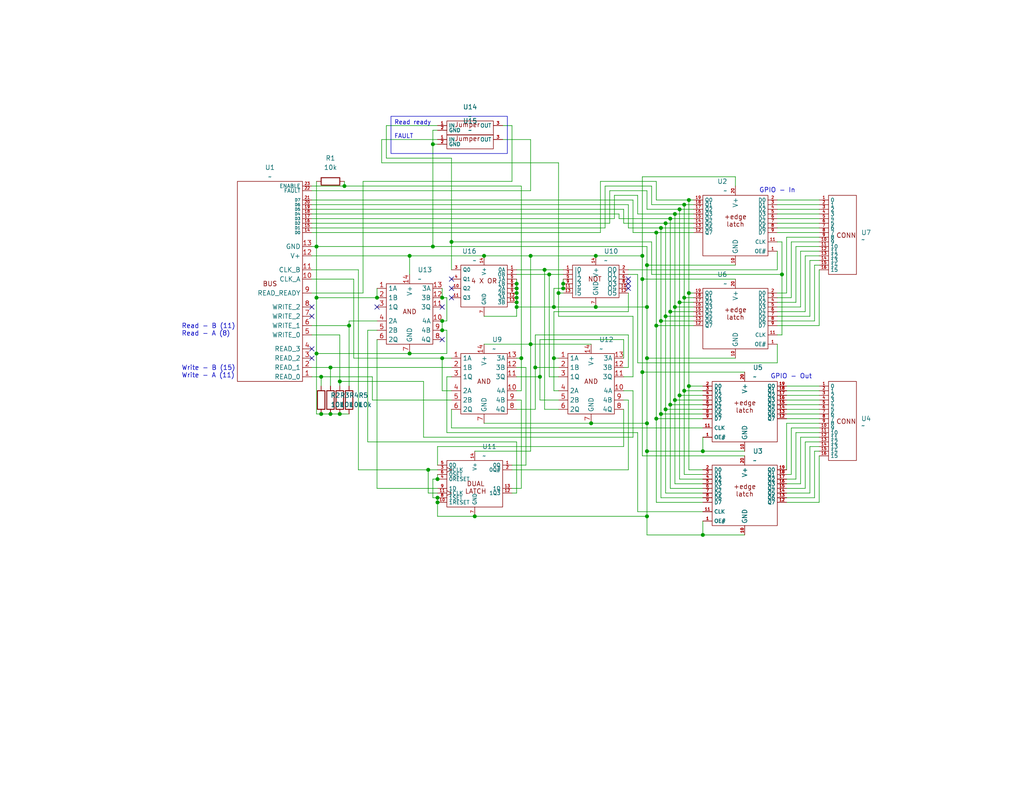
<source format=kicad_sch>
(kicad_sch (version 20231120) (generator "eeschema") (generator_version "8.0")
  (paper "USLetter")
  (lib_symbols
    (symbol "Device:R" (pin_numbers hide) (pin_names (offset 0))
      (property "Reference" "R" (at 2.032 0 90))
      (property "Value" "R" (at 0 0 90))
      (symbol "R_0_1"
        (rectangle (start -1.016 -2.54) (end 1.016 2.54) (stroke (width 0.254)))
      )
      (symbol "R_1_1"
        (pin passive line (at 0 3.81 270) (length 1.27) (name "~") (number "1"))
        (pin passive line (at 0 -3.81 90) (length 1.27) (name "~") (number "2"))
      )
    )
    (symbol "custom_symbol_lib:6xNOT"
      (property "Reference" "U" (at -2.032 -1.016 0))
      (symbol "6xNOT_0_1"
        (rectangle (start -6.35 5.08) (end 6.35 -3.81))
      )
      (symbol "6xNOT_1_1"
        (text "NOT" (at -0.254 1.27 0) (effects (font (size 1.27 1.27))))
        (pin input line (at -8.89 3.81 0) (length 2.54) (name "I0") (number "1"))
        (pin output line (at 8.89 -1.27 180) (length 2.54) (name "O4") (number "10"))
        (pin input line (at -8.89 -1.27 0) (length 2.54) (name "I4") (number "11"))
        (pin output line (at 8.89 -2.54 180) (length 2.54) (name "O5") (number "12"))
        (pin input line (at -8.89 -2.54 0) (length 2.54) (name "I5") (number "13"))
        (pin power_in line (at 0 7.62 270) (length 2.54) (name "V+") (number "14"))
        (pin output line (at 8.89 3.81 180) (length 2.54) (name "O0") (number "2"))
        (pin input line (at -8.89 2.54 0) (length 2.54) (name "I1") (number "3"))
        (pin output line (at 8.89 2.54 180) (length 2.54) (name "O1") (number "4"))
        (pin input line (at -8.89 1.27 0) (length 2.54) (name "I2") (number "5"))
        (pin output line (at 8.89 1.27 180) (length 2.54) (name "O2") (number "6"))
        (pin power_in line (at 0 -6.35 90) (length 2.54) (name "GND") (number "7"))
        (pin output line (at 8.89 0 180) (length 2.54) (name "03") (number "8"))
        (pin input line (at -8.89 0 0) (length 2.54) (name "I3") (number "9"))
      )
    )
    (symbol "custom_symbol_lib:bus_edge_connector"
      (property "Reference" "U" (at 0 -1.27 0))
      (symbol "bus_edge_connector_0_1"
        (rectangle (start -8.89 27.94) (end 8.89 -26.67))
      )
      (symbol "bus_edge_connector_1_1"
        (text "BUS" (at 0 1.27 0) (effects (font (size 1.27 1.27))))
        (pin bidirectional line (at -11.43 26.67 0) (length 2.54) (name "READ_0") (number "1"))
        (pin bidirectional line (at -11.43 0 0) (length 2.54) (name "CLK_A") (number "10"))
        (pin bidirectional line (at -11.43 -2.54 0) (length 2.54) (name "CLK_B") (number "11"))
        (pin power_out line (at -11.43 -6.35 0) (length 2.54) (name "V+") (number "12"))
        (pin power_out line (at -11.43 -8.89 0) (length 2.54) (name "GND") (number "13"))
        (pin bidirectional line (at -11.43 -12.7 0) (length 2.54) (name "D0") (number "14"))
        (pin bidirectional line (at -11.43 -13.97 0) (length 2.54) (name "D1") (number "15"))
        (pin bidirectional line (at -11.43 -15.24 0) (length 2.54) (name "D2") (number "16"))
        (pin bidirectional line (at -11.43 -16.51 0) (length 2.54) (name "D3") (number "17"))
        (pin bidirectional line (at -11.43 -17.78 0) (length 2.54) (name "D4") (number "18"))
        (pin bidirectional line (at -11.43 -19.05 0) (length 2.54) (name "D5") (number "19"))
        (pin bidirectional line (at -11.43 24.13 0) (length 2.54) (name "READ_1") (number "2"))
        (pin bidirectional line (at -11.43 -20.32 0) (length 2.54) (name "D6") (number "20"))
        (pin bidirectional line (at -11.43 -21.59 0) (length 2.54) (name "D7") (number "21"))
        (pin bidirectional line (at -11.43 -24.13 0) (length 2.54) (name "FAULT") (number "22"))
        (pin bidirectional line (at -11.43 -25.4 0) (length 2.54) (name "ENABLE") (number "23"))
        (pin bidirectional line (at -11.43 21.59 0) (length 2.54) (name "READ_2") (number "3"))
        (pin bidirectional line (at -11.43 19.05 0) (length 2.54) (name "READ_3") (number "4"))
        (pin bidirectional line (at -11.43 15.24 0) (length 2.54) (name "WRITE_0") (number "5"))
        (pin bidirectional line (at -11.43 12.7 0) (length 2.54) (name "WRITE_1") (number "6"))
        (pin bidirectional line (at -11.43 10.16 0) (length 2.54) (name "WRITE_2") (number "7"))
        (pin bidirectional line (at -11.43 7.62 0) (length 2.54) (name "WRITE_2") (number "8"))
        (pin bidirectional line (at -11.43 3.81 0) (length 2.54) (name "READ_READY") (number "9"))
      )
    )
    (symbol "custom_symbol_lib:connector_16_bit"
      (property "Reference" "U" (at 3.048 -2.032 0))
      (symbol "connector_16_bit_0_1"
        (rectangle (start -1.27 11.43) (end 6.35 -10.16))
      )
      (symbol "connector_16_bit_1_1"
        (text "CONN" (at 3.556 0.508 0) (effects (font (size 1.27 1.27))))
        (pin input line (at -3.81 10.16 0) (length 2.54) (name "0") (number "1"))
        (pin input line (at -3.81 -1.27 0) (length 2.54) (name "9") (number "10"))
        (pin input line (at -3.81 -2.54 0) (length 2.54) (name "10") (number "11"))
        (pin input line (at -3.81 -3.81 0) (length 2.54) (name "11") (number "12"))
        (pin input line (at -3.81 -5.08 0) (length 2.54) (name "12") (number "13"))
        (pin input line (at -3.81 -6.35 0) (length 2.54) (name "13") (number "14"))
        (pin input line (at -3.81 -7.62 0) (length 2.54) (name "14") (number "15"))
        (pin input line (at -3.81 -8.89 0) (length 2.54) (name "15") (number "16"))
        (pin input line (at -3.81 8.89 0) (length 2.54) (name "1") (number "2"))
        (pin input line (at -3.81 7.62 0) (length 2.54) (name "2") (number "3"))
        (pin input line (at -3.81 6.35 0) (length 2.54) (name "3") (number "4"))
        (pin input line (at -3.81 5.08 0) (length 2.54) (name "4") (number "5"))
        (pin input line (at -3.81 3.81 0) (length 2.54) (name "5") (number "6"))
        (pin input line (at -3.81 2.54 0) (length 2.54) (name "6") (number "7"))
        (pin input line (at -3.81 1.27 0) (length 2.54) (name "7") (number "8"))
        (pin input line (at -3.81 0 0) (length 2.54) (name "8") (number "9"))
      )
    )
    (symbol "custom_symbol_lib:dual_latch"
      (property "Reference" "U" (at 4.572 -5.08 0))
      (symbol "dual_latch_0_1"
        (rectangle (start -7.62 6.35) (end 7.62 -6.35))
      )
      (symbol "dual_latch_1_1"
        (text "DUAL\nLATCH" (at 0.254 -1.016 0) (effects (font (size 1.27 1.27))))
        (pin output line (at 10.16 5.08 180) (length 2.54) (name "0Q") (number "1"))
        (pin input line (at -10.16 -5.08 0) (length 2.54) (name "1RESET") (number "10"))
        (pin input clock (at -10.16 -2.54 0) (length 2.54) (name "1CLK") (number "11"))
        (pin output line (at 10.16 -2.54 180) (length 2.54) (name "1Q3") (number "12"))
        (pin output line (at 10.16 -1.27 180) (length 2.54) (name "1Q") (number "13"))
        (pin power_in line (at 0 8.89 270) (length 2.54) (name "V+") (number "14"))
        (pin output line (at 10.16 3.81 180) (length 2.54) (name "0Q#") (number "2"))
        (pin input clock (at -10.16 3.81 0) (length 2.54) (name "0CLK") (number "3"))
        (pin input line (at -10.16 1.27 0) (length 2.54) (name "0RESET") (number "4"))
        (pin input line (at -10.16 5.08 0) (length 2.54) (name "0D") (number "5"))
        (pin input line (at -10.16 2.54 0) (length 2.54) (name "0SET") (number "6"))
        (pin power_in line (at 0 -8.89 90) (length 2.54) (name "GND") (number "7"))
        (pin input line (at -10.16 -3.81 0) (length 2.54) (name "1SET") (number "8"))
        (pin input line (at -10.16 -1.27 0) (length 2.54) (name "1D") (number "9"))
      )
    )
    (symbol "custom_symbol_lib:jumper"
      (property "Reference" "U" (at -1.016 -1.524 0))
      (symbol "jumper_1_1"
        (rectangle (start -6.35 1.27) (end 6.35 -2.54))
        (text "Jumper" (at -0.762 0.254 0) (effects (font (size 1.27 1.27))))
        (pin input line (at -8.89 0 0) (length 2.54) (name "IN") (number "1"))
        (pin power_in line (at -8.89 -1.27 0) (length 2.54) (name "GND") (number "2"))
        (pin output line (at 8.89 0 180) (length 2.54) (name "OUT") (number "3"))
      )
    )
    (symbol "custom_symbol_lib:quad_OR"
      (property "Reference" "U" (at 0 0 0))
      (symbol "quad_OR_0_1"
        (rectangle (start -6.35 6.35) (end 6.35 -5.08))
      )
      (symbol "quad_OR_1_1"
        (text "4 X OR" (at 0 2.032 0) (effects (font (size 1.27 1.27))))
        (pin input line (at -8.89 5.08 0) (length 2.54) (name "0A") (number "1"))
        (pin output line (at 8.89 0 180) (length 2.54) (name "Q2") (number "10"))
        (pin output line (at 8.89 -2.54 180) (length 2.54) (name "Q3") (number "11"))
        (pin input line (at -8.89 -2.54 0) (length 2.54) (name "3A") (number "12"))
        (pin input line (at -8.89 -3.81 0) (length 2.54) (name "3B") (number "13"))
        (pin power_in line (at 0 8.89 270) (length 2.54) (name "V+") (number "14"))
        (pin input line (at -8.89 3.81 0) (length 2.54) (name "0B") (number "2"))
        (pin output line (at 8.89 5.08 180) (length 2.54) (name "Q0") (number "3"))
        (pin output line (at 8.89 2.54 180) (length 2.54) (name "Q1") (number "4"))
        (pin input line (at -8.89 2.54 0) (length 2.54) (name "1A") (number "5"))
        (pin input line (at -8.89 1.27 0) (length 2.54) (name "1B") (number "6"))
        (pin power_in line (at 0 -7.62 90) (length 2.54) (name "GND") (number "7"))
        (pin input line (at -8.89 0 0) (length 2.54) (name "2A") (number "8"))
        (pin input line (at -8.89 -1.27 0) (length 2.54) (name "2B") (number "9"))
      )
    )
    (symbol "custom_symbol_lib:quad_and"
      (property "Reference" "U" (at 0 -1.524 0))
      (symbol "quad_and_0_1"
        (rectangle (start -6.35 8.89) (end 6.35 -7.62))
      )
      (symbol "quad_and_1_1"
        (text "AND" (at 0 1.27 0) (effects (font (size 1.27 1.27))))
        (pin input line (at -8.89 7.62 0) (length 2.54) (name "1A") (number "1"))
        (pin input line (at 8.89 -1.27 180) (length 2.54) (name "4A") (number "10"))
        (pin output line (at 8.89 2.54 180) (length 2.54) (name "3Q") (number "11"))
        (pin input line (at 8.89 5.08 180) (length 2.54) (name "3B") (number "12"))
        (pin input line (at 8.89 7.62 180) (length 2.54) (name "3A") (number "13"))
        (pin power_in line (at 0 11.43 270) (length 2.54) (name "V+") (number "14"))
        (pin input line (at -8.89 5.08 0) (length 2.54) (name "1B") (number "2"))
        (pin output line (at -8.89 2.54 0) (length 2.54) (name "1Q") (number "3"))
        (pin input line (at -8.89 -1.27 0) (length 2.54) (name "2A") (number "4"))
        (pin input line (at -8.89 -3.81 0) (length 2.54) (name "2B") (number "5"))
        (pin output line (at -8.89 -6.35 0) (length 2.54) (name "2Q") (number "6"))
        (pin power_in line (at 0 -10.16 90) (length 2.54) (name "GND") (number "7"))
        (pin output line (at 8.89 -6.35 180) (length 2.54) (name "4Q") (number "8"))
        (pin input line (at 8.89 -3.81 180) (length 2.54) (name "4B") (number "9"))
      )
    )
    (symbol "custom_symbol_lib:rising_edge_8_bit_latch"
      (property "Reference" "U" (at 0 -1.016 0))
      (symbol "rising_edge_8_bit_latch_0_1"
        (rectangle (start -8.89 8.89) (end 8.89 -7.62))
      )
      (symbol "rising_edge_8_bit_latch_1_1"
        (text "+edge\nlatch" (at 0 2.032 0) (effects (font (size 1.27 1.27))))
        (pin input line (at -11.43 -6.35 0) (length 2.54) (name "OE#") (number "1"))
        (pin power_in line (at 0 -10.16 90) (length 2.54) (name "GND") (number "10"))
        (pin input line (at -11.43 -3.81 0) (length 2.54) (name "CLK") (number "11"))
        (pin output line (at 11.43 -1.27 180) (length 2.54) (name "Q7") (number "12"))
        (pin output line (at 11.43 0 180) (length 2.54) (name "Q6") (number "13"))
        (pin output line (at 11.43 1.27 180) (length 2.54) (name "Q5") (number "14"))
        (pin output line (at 11.43 2.54 180) (length 2.54) (name "Q4") (number "15"))
        (pin output line (at 11.43 3.81 180) (length 2.54) (name "Q3") (number "16"))
        (pin output line (at 11.43 5.08 180) (length 2.54) (name "Q2") (number "17"))
        (pin output line (at 11.43 6.35 180) (length 2.54) (name "Q1") (number "18"))
        (pin output line (at 11.43 7.62 180) (length 2.54) (name "Q0") (number "19"))
        (pin input line (at -11.43 7.62 0) (length 2.54) (name "D0") (number "2"))
        (pin power_in line (at 0 11.43 270) (length 2.54) (name "V+") (number "20"))
        (pin input line (at -11.43 6.35 0) (length 2.54) (name "D1") (number "3"))
        (pin input line (at -11.43 5.08 0) (length 2.54) (name "D2") (number "4"))
        (pin input line (at -11.43 3.81 0) (length 2.54) (name "D3") (number "5"))
        (pin input line (at -11.43 2.54 0) (length 2.54) (name "D4") (number "6"))
        (pin input line (at -11.43 1.27 0) (length 2.54) (name "D5") (number "7"))
        (pin input line (at -11.43 0 0) (length 2.54) (name "D6") (number "8"))
        (pin input line (at -11.43 -1.27 0) (length 2.54) (name "D7") (number "9"))
      )
    )
  )
  (junction (at 153.67 78.74))
  (junction (at 102.87 81.28))
  (junction (at 185.42 107.95))
  (junction (at 187.96 54.61))
  (junction (at 152.4 80.01))
  (junction (at 93.98 50.8))
  (junction (at 146.05 100.33))
  (junction (at 176.53 140.97))
  (junction (at 182.88 85.09))
  (junction (at 175.26 101.6))
  (junction (at 181.61 111.76))
  (junction (at 90.17 100.33))
  (junction (at 140.97 80.01))
  (junction (at 176.53 97.79))
  (junction (at 187.96 80.01))
  (junction (at 186.69 55.88))
  (junction (at 148.59 73.66))
  (junction (at 184.15 58.42))
  (junction (at 162.56 83.82))
  (junction (at 111.76 96.52))
  (junction (at 191.77 146.05))
  (junction (at 140.97 78.74))
  (junction (at 176.53 115.57))
  (junction (at 140.97 82.55))
  (junction (at 184.15 83.82))
  (junction (at 92.71 104.14))
  (junction (at 187.96 105.41))
  (junction (at 186.69 81.28))
  (junction (at 179.07 88.9))
  (junction (at 181.61 60.96))
  (junction (at 86.36 67.31))
  (junction (at 87.63 113.03))
  (junction (at 142.24 97.79))
  (junction (at 182.88 59.69))
  (junction (at 140.97 81.28))
  (junction (at 123.19 66.04))
  (junction (at 132.08 69.85))
  (junction (at 120.65 87.63))
  (junction (at 176.53 123.19))
  (junction (at 120.65 81.28))
  (junction (at 119.38 130.81))
  (junction (at 162.56 69.85))
  (junction (at 180.34 62.23))
  (junction (at 87.63 102.87))
  (junction (at 140.97 77.47))
  (junction (at 140.97 83.82))
  (junction (at 181.61 86.36))
  (junction (at 185.42 82.55))
  (junction (at 86.36 96.52))
  (junction (at 95.25 88.9))
  (junction (at 191.77 123.19))
  (junction (at 149.86 74.93))
  (junction (at 176.53 83.82))
  (junction (at 111.76 69.85))
  (junction (at 147.32 102.87))
  (junction (at 119.38 135.89))
  (junction (at 120.65 90.17))
  (junction (at 118.11 67.31))
  (junction (at 120.65 97.79))
  (junction (at 129.54 140.97))
  (junction (at 161.29 115.57))
  (junction (at 179.07 63.5))
  (junction (at 186.69 106.68))
  (junction (at 116.84 128.27))
  (junction (at 185.42 57.15))
  (junction (at 175.26 69.85))
  (junction (at 180.34 113.03))
  (junction (at 90.17 113.03))
  (junction (at 213.36 74.93))
  (junction (at 144.78 93.98))
  (junction (at 118.11 39.37))
  (junction (at 153.67 77.47))
  (junction (at 144.78 69.85))
  (junction (at 182.88 110.49))
  (junction (at 184.15 109.22))
  (junction (at 86.36 81.28))
  (junction (at 175.26 76.2))
  (junction (at 92.71 113.03))
  (junction (at 176.53 72.39))
  (junction (at 151.13 97.79))
  (junction (at 119.38 137.16))
  (junction (at 179.07 114.3))
  (junction (at 151.13 83.82))
  (junction (at 180.34 87.63))
  (no_connect (at 171.45 78.74))
  (no_connect (at 171.45 76.2))
  (no_connect (at 102.87 83.82))
  (no_connect (at 85.09 86.36))
  (no_connect (at 85.09 83.82))
  (no_connect (at 85.09 97.79))
  (no_connect (at 120.65 92.71))
  (no_connect (at 123.19 78.74))
  (no_connect (at 123.19 81.28))
  (no_connect (at 123.19 76.2))
  (no_connect (at 171.45 77.47))
  (no_connect (at 85.09 95.25))
  (no_connect (at 120.65 83.82))
  (wire (pts (xy 177.8 50.8) (xy 165.1 50.8)))
  (wire (pts (xy 119.38 135.89) (xy 119.38 137.16)))
  (wire (pts (xy 187.96 54.61) (xy 179.07 54.61)))
  (wire (pts (xy 140.97 111.76) (xy 146.05 111.76)))
  (wire (pts (xy 214.63 111.76) (xy 223.52 111.76)))
  (wire (pts (xy 185.42 82.55) (xy 185.42 107.95)))
  (wire (pts (xy 179.07 88.9) (xy 179.07 63.5)))
  (wire (pts (xy 120.65 81.28) (xy 121.92 81.28)))
  (wire (pts (xy 218.44 68.58) (xy 218.44 83.82)))
  (wire (pts (xy 85.09 50.8) (xy 93.98 50.8)))
  (wire (pts (xy 101.6 102.87) (xy 101.6 109.22)))
  (wire (pts (xy 143.51 100.33) (xy 140.97 100.33)))
  (wire (pts (xy 92.71 104.14) (xy 92.71 91.44)))
  (wire (pts (xy 219.71 120.65) (xy 223.52 120.65)))
  (wire (pts (xy 219.71 133.35) (xy 219.71 120.65)))
  (wire (pts (xy 172.72 102.87) (xy 172.72 86.36)))
  (wire (pts (xy 139.7 133.35) (xy 142.24 133.35)))
  (wire (pts (xy 123.19 66.04) (xy 123.19 43.18)))
  (wire (pts (xy 185.42 82.55) (xy 189.23 82.55)))
  (wire (pts (xy 212.09 58.42) (xy 223.52 58.42)))
  (wire (pts (xy 170.18 97.79) (xy 170.18 92.71)))
  (wire (pts (xy 92.71 91.44) (xy 85.09 91.44)))
  (wire (pts (xy 181.61 134.62) (xy 181.61 111.76)))
  (wire (pts (xy 142.24 50.8) (xy 142.24 97.79)))
  (wire (pts (xy 214.63 113.03) (xy 223.52 113.03)))
  (wire (pts (xy 177.8 55.88) (xy 177.8 50.8)))
  (wire (pts (xy 220.98 134.62) (xy 214.63 134.62)))
  (wire (pts (xy 140.97 83.82) (xy 140.97 86.36)))
  (wire (pts (xy 180.34 113.03) (xy 191.77 113.03)))
  (wire (pts (xy 140.97 120.65) (xy 100.33 120.65)))
  (wire (pts (xy 116.84 128.27) (xy 119.38 128.27)))
  (wire (pts (xy 184.15 58.42) (xy 173.99 58.42)))
  (wire (pts (xy 212.09 68.58) (xy 212.09 73.66)))
  (wire (pts (xy 186.69 106.68) (xy 191.77 106.68)))
  (wire (pts (xy 184.15 109.22) (xy 191.77 109.22)))
  (wire (pts (xy 180.34 62.23) (xy 189.23 62.23)))
  (wire (pts (xy 167.64 59.69) (xy 85.09 59.69)))
  (wire (pts (xy 175.26 101.6) (xy 175.26 124.46)))
  (wire (pts (xy 223.52 72.39) (xy 222.25 72.39)))
  (wire (pts (xy 85.09 100.33) (xy 90.17 100.33)))
  (wire (pts (xy 182.88 59.69) (xy 182.88 85.09)))
  (wire (pts (xy 186.69 129.54) (xy 186.69 106.68)))
  (wire (pts (xy 170.18 111.76) (xy 170.18 121.92)))
  (wire (pts (xy 215.9 116.84) (xy 215.9 129.54)))
  (wire (pts (xy 200.66 48.26) (xy 200.66 50.8)))
  (wire (pts (xy 191.77 146.05) (xy 203.2 146.05)))
  (wire (pts (xy 151.13 83.82) (xy 162.56 83.82)))
  (wire (pts (xy 140.97 77.47) (xy 140.97 78.74)))
  (wire (pts (xy 176.53 83.82) (xy 176.53 97.79)))
  (wire (pts (xy 120.65 87.63) (xy 120.65 90.17)))
  (wire (pts (xy 176.53 52.07) (xy 166.37 52.07)))
  (wire (pts (xy 187.96 105.41) (xy 187.96 128.27)))
  (wire (pts (xy 184.15 109.22) (xy 184.15 83.82)))
  (wire (pts (xy 185.42 57.15) (xy 176.53 57.15)))
  (wire (pts (xy 97.79 73.66) (xy 97.79 128.27)))
  (wire (pts (xy 85.09 67.31) (xy 86.36 67.31)))
  (wire (pts (xy 219.71 69.85) (xy 223.52 69.85)))
  (wire (pts (xy 179.07 114.3) (xy 179.07 88.9)))
  (wire (pts (xy 214.63 130.81) (xy 217.17 130.81)))
  (wire (pts (xy 101.6 109.22) (xy 123.19 109.22)))
  (wire (pts (xy 119.38 130.81) (xy 118.11 130.81)))
  (wire (pts (xy 153.67 77.47) (xy 153.67 78.74)))
  (wire (pts (xy 144.78 52.07) (xy 85.09 52.07)))
  (wire (pts (xy 86.36 67.31) (xy 118.11 67.31)))
  (wire (pts (xy 118.11 67.31) (xy 176.53 67.31)))
  (wire (pts (xy 123.19 43.18) (xy 105.41 43.18)))
  (wire (pts (xy 222.25 123.19) (xy 222.25 135.89)))
  (wire (pts (xy 123.19 66.04) (xy 123.19 73.66)))
  (wire (pts (xy 213.36 74.93) (xy 213.36 66.04)))
  (wire (pts (xy 180.34 87.63) (xy 189.23 87.63)))
  (wire (pts (xy 220.98 86.36) (xy 212.09 86.36)))
  (wire (pts (xy 147.32 109.22) (xy 152.4 109.22)))
  (wire (pts (xy 92.71 104.14) (xy 115.57 104.14)))
  (wire (pts (xy 140.97 134.62) (xy 140.97 120.65)))
  (wire (pts (xy 213.36 66.04) (xy 212.09 66.04)))
  (wire (pts (xy 143.51 127) (xy 143.51 100.33)))
  (wire (pts (xy 180.34 135.89) (xy 191.77 135.89)))
  (wire (pts (xy 213.36 74.93) (xy 177.8 74.93)))
  (wire (pts (xy 176.53 146.05) (xy 191.77 146.05)))
  (wire (pts (xy 184.15 58.42) (xy 189.23 58.42)))
  (wire (pts (xy 184.15 132.08) (xy 184.15 109.22)))
  (wire (pts (xy 181.61 111.76) (xy 181.61 86.36)))
  (wire (pts (xy 191.77 132.08) (xy 184.15 132.08)))
  (wire (pts (xy 104.14 44.45) (xy 104.14 38.1)))
  (wire (pts (xy 182.88 110.49) (xy 191.77 110.49)))
  (wire (pts (xy 186.69 81.28) (xy 189.23 81.28)))
  (wire (pts (xy 212.09 85.09) (xy 219.71 85.09)))
  (wire (pts (xy 96.52 97.79) (xy 120.65 97.79)))
  (wire (pts (xy 142.24 106.68) (xy 140.97 106.68)))
  (wire (pts (xy 162.56 69.85) (xy 175.26 69.85)))
  (wire (pts (xy 171.45 62.23) (xy 171.45 55.88)))
  (wire (pts (xy 176.53 57.15) (xy 176.53 52.07)))
  (wire (pts (xy 187.96 54.61) (xy 189.23 54.61)))
  (wire (pts (xy 176.53 97.79) (xy 176.53 115.57)))
  (wire (pts (xy 180.34 113.03) (xy 180.34 135.89)))
  (wire (pts (xy 115.57 119.38) (xy 172.72 119.38)))
  (wire (pts (xy 171.45 85.09) (xy 151.13 85.09)))
  (wire (pts (xy 95.25 88.9) (xy 95.25 105.41)))
  (wire (pts (xy 176.53 97.79) (xy 200.66 97.79)))
  (wire (pts (xy 140.97 73.66) (xy 148.59 73.66)))
  (wire (pts (xy 177.8 66.04) (xy 123.19 66.04)))
  (wire (pts (xy 92.71 113.03) (xy 90.17 113.03)))
  (wire (pts (xy 102.87 87.63) (xy 95.25 87.63)))
  (wire (pts (xy 148.59 111.76) (xy 152.4 111.76)))
  (wire (pts (xy 142.24 97.79) (xy 142.24 106.68)))
  (wire (pts (xy 172.72 54.61) (xy 85.09 54.61)))
  (wire (pts (xy 179.07 54.61) (xy 179.07 49.53)))
  (wire (pts (xy 121.92 81.28) (xy 121.92 87.63)))
  (wire (pts (xy 97.79 128.27) (xy 116.84 128.27)))
  (wire (pts (xy 152.4 44.45) (xy 152.4 80.01)))
  (wire (pts (xy 184.15 83.82) (xy 184.15 58.42)))
  (wire (pts (xy 132.08 69.85) (xy 144.78 69.85)))
  (wire (pts (xy 212.09 59.69) (xy 223.52 59.69)))
  (wire (pts (xy 182.88 110.49) (xy 182.88 133.35)))
  (wire (pts (xy 87.63 102.87) (xy 101.6 102.87)))
  (wire (pts (xy 181.61 86.36) (xy 181.61 60.96)))
  (wire (pts (xy 191.77 129.54) (xy 186.69 129.54)))
  (wire (pts (xy 137.16 38.1) (xy 144.78 38.1)))
  (wire (pts (xy 140.97 81.28) (xy 140.97 82.55)))
  (wire (pts (xy 191.77 137.16) (xy 179.07 137.16)))
  (wire (pts (xy 212.09 73.66) (xy 171.45 73.66)))
  (wire (pts (xy 176.53 123.19) (xy 176.53 140.97)))
  (wire (pts (xy 163.83 63.5) (xy 85.09 63.5)))
  (wire (pts (xy 118.11 130.81) (xy 118.11 135.89)))
  (wire (pts (xy 123.19 111.76) (xy 123.19 116.84)))
  (wire (pts (xy 214.63 107.95) (xy 223.52 107.95)))
  (wire (pts (xy 144.78 93.98) (xy 144.78 123.19)))
  (wire (pts (xy 121.92 96.52) (xy 111.76 96.52)))
  (wire (pts (xy 181.61 60.96) (xy 189.23 60.96)))
  (wire (pts (xy 111.76 69.85) (xy 111.76 74.93)))
  (wire (pts (xy 105.41 34.29) (xy 119.38 34.29)))
  (wire (pts (xy 119.38 129.54) (xy 119.38 130.81)))
  (wire (pts (xy 144.78 69.85) (xy 144.78 93.98)))
  (wire (pts (xy 120.65 106.68) (xy 120.65 97.79)))
  (wire (pts (xy 139.7 34.29) (xy 139.7 49.53)))
  (wire (pts (xy 214.63 80.01) (xy 214.63 64.77)))
  (wire (pts (xy 87.63 113.03) (xy 86.36 113.03)))
  (wire (pts (xy 152.4 86.36) (xy 172.72 86.36)))
  (wire (pts (xy 142.24 109.22) (xy 140.97 109.22)))
  (wire (pts (xy 182.88 85.09) (xy 182.88 110.49)))
  (wire (pts (xy 153.67 76.2) (xy 153.67 77.47)))
  (wire (pts (xy 140.97 86.36) (xy 132.08 86.36)))
  (wire (pts (xy 185.42 57.15) (xy 185.42 82.55)))
  (wire (pts (xy 175.26 124.46) (xy 203.2 124.46)))
  (wire (pts (xy 185.42 107.95) (xy 185.42 130.81)))
  (wire (pts (xy 185.42 107.95) (xy 191.77 107.95)))
  (wire (pts (xy 181.61 86.36) (xy 189.23 86.36)))
  (wire (pts (xy 86.36 96.52) (xy 86.36 81.28)))
  (wire (pts (xy 132.08 93.98) (xy 144.78 93.98)))
  (wire (pts (xy 99.06 49.53) (xy 99.06 80.01)))
  (wire (pts (xy 140.97 102.87) (xy 147.32 102.87)))
  (wire (pts (xy 116.84 128.27) (xy 116.84 134.62)))
  (wire (pts (xy 95.25 87.63) (xy 95.25 88.9)))
  (wire (pts (xy 200.66 48.26) (xy 175.26 48.26)))
  (wire (pts (xy 171.45 128.27) (xy 139.7 128.27)))
  (wire (pts (xy 175.26 101.6) (xy 203.2 101.6)))
  (wire (pts (xy 177.8 74.93) (xy 177.8 66.04)))
  (wire (pts (xy 173.99 99.06) (xy 173.99 74.93)))
  (wire (pts (xy 115.57 104.14) (xy 115.57 119.38)))
  (wire (pts (xy 100.33 90.17) (xy 102.87 90.17)))
  (wire (pts (xy 212.09 91.44) (xy 213.36 91.44)))
  (wire (pts (xy 142.24 133.35) (xy 142.24 109.22)))
  (wire (pts (xy 87.63 105.41) (xy 87.63 102.87)))
  (wire (pts (xy 222.25 87.63) (xy 212.09 87.63)))
  (wire (pts (xy 185.42 57.15) (xy 189.23 57.15)))
  (wire (pts (xy 187.96 80.01) (xy 187.96 105.41)))
  (wire (pts (xy 129.54 140.97) (xy 176.53 140.97)))
  (wire (pts (xy 167.64 53.34) (xy 167.64 59.69)))
  (wire (pts (xy 162.56 83.82) (xy 176.53 83.82)))
  (wire (pts (xy 100.33 120.65) (xy 100.33 90.17)))
  (wire (pts (xy 123.19 106.68) (xy 120.65 106.68)))
  (wire (pts (xy 217.17 82.55) (xy 217.17 67.31)))
  (wire (pts (xy 102.87 133.35) (xy 119.38 133.35)))
  (wire (pts (xy 140.97 82.55) (xy 140.97 83.82)))
  (wire (pts (xy 182.88 59.69) (xy 189.23 59.69)))
  (wire (pts (xy 175.26 69.85) (xy 175.26 76.2)))
  (wire (pts (xy 90.17 113.03) (xy 87.63 113.03)))
  (wire (pts (xy 191.77 134.62) (xy 181.61 134.62)))
  (wire (pts (xy 139.7 49.53) (xy 99.06 49.53)))
  (wire (pts (xy 212.09 63.5) (xy 223.52 63.5)))
  (wire (pts (xy 220.98 121.92) (xy 220.98 134.62)))
  (wire (pts (xy 215.9 66.04) (xy 215.9 81.28)))
  (wire (pts (xy 171.45 80.01) (xy 171.45 85.09)))
  (wire (pts (xy 173.99 74.93) (xy 171.45 74.93)))
  (wire (pts (xy 182.88 59.69) (xy 168.91 59.69)))
  (wire (pts (xy 214.63 115.57) (xy 223.52 115.57)))
  (wire (pts (xy 153.67 73.66) (xy 148.59 73.66)))
  (wire (pts (xy 171.45 91.44) (xy 146.05 91.44)))
  (wire (pts (xy 120.65 90.17) (xy 121.92 90.17)))
  (wire (pts (xy 165.1 62.23) (xy 85.09 62.23)))
  (wire (pts (xy 175.26 76.2) (xy 200.66 76.2)))
  (wire (pts (xy 176.53 123.19) (xy 191.77 123.19)))
  (wire (pts (xy 147.32 102.87) (xy 147.32 109.22)))
  (wire (pts (xy 212.09 93.98) (xy 212.09 99.06)))
  (wire (pts (xy 186.69 55.88) (xy 189.23 55.88)))
  (wire (pts (xy 179.07 137.16) (xy 179.07 114.3)))
  (wire (pts (xy 121.92 102.87) (xy 123.19 102.87)))
  (wire (pts (xy 217.17 118.11) (xy 223.52 118.11)))
  (wire (pts (xy 119.38 140.97) (xy 129.54 140.97)))
  (wire (pts (xy 140.97 83.82) (xy 151.13 83.82)))
  (wire (pts (xy 191.77 116.84) (xy 123.19 116.84)))
  (wire (pts (xy 151.13 78.74) (xy 151.13 83.82)))
  (wire (pts (xy 146.05 100.33) (xy 152.4 100.33)))
  (wire (pts (xy 215.9 81.28) (xy 212.09 81.28)))
  (wire (pts (xy 85.09 73.66) (xy 97.79 73.66)))
  (wire (pts (xy 223.52 71.12) (xy 220.98 71.12)))
  (wire (pts (xy 218.44 119.38) (xy 218.44 132.08)))
  (wire (pts (xy 102.87 78.74) (xy 102.87 81.28)))
  (wire (pts (xy 121.92 87.63) (xy 120.65 87.63)))
  (wire (pts (xy 212.09 88.9) (xy 223.52 88.9)))
  (wire (pts (xy 223.52 137.16) (xy 223.52 124.46)))
  (wire (pts (xy 146.05 91.44) (xy 146.05 100.33)))
  (wire (pts (xy 214.63 106.68) (xy 223.52 106.68)))
  (wire (pts (xy 181.61 111.76) (xy 191.77 111.76)))
  (wire (pts (xy 187.96 80.01) (xy 189.23 80.01)))
  (wire (pts (xy 120.65 97.79) (xy 123.19 97.79)))
  (wire (pts (xy 118.11 39.37) (xy 118.11 67.31)))
  (wire (pts (xy 171.45 109.22) (xy 171.45 128.27)))
  (wire (pts (xy 181.61 60.96) (xy 170.18 60.96)))
  (wire (pts (xy 93.98 50.8) (xy 142.24 50.8)))
  (wire (pts (xy 118.11 35.56) (xy 118.11 39.37)))
  (wire (pts (xy 144.78 123.19) (xy 129.54 123.19)))
  (wire (pts (xy 179.07 88.9) (xy 189.23 88.9)))
  (wire (pts (xy 220.98 71.12) (xy 220.98 86.36)))
  (wire (pts (xy 92.71 105.41) (xy 92.71 104.14)))
  (wire (pts (xy 140.97 76.2) (xy 140.97 77.47)))
  (wire (pts (xy 144.78 38.1) (xy 144.78 52.07)))
  (wire (pts (xy 119.38 121.92) (xy 119.38 127)))
  (wire (pts (xy 146.05 111.76) (xy 146.05 100.33)))
  (wire (pts (xy 223.52 119.38) (xy 218.44 119.38)))
  (wire (pts (xy 180.34 62.23) (xy 180.34 87.63)))
  (wire (pts (xy 176.53 115.57) (xy 176.53 123.19)))
  (wire (pts (xy 168.91 59.69) (xy 168.91 58.42)))
  (wire (pts (xy 187.96 54.61) (xy 187.96 80.01)))
  (wire (pts (xy 179.07 63.5) (xy 172.72 63.5)))
  (wire (pts (xy 140.97 80.01) (xy 140.97 81.28)))
  (wire (pts (xy 147.32 92.71) (xy 147.32 102.87)))
  (wire (pts (xy 212.09 82.55) (xy 217.17 82.55)))
  (wire (pts (xy 217.17 67.31) (xy 223.52 67.31)))
  (wire (pts (xy 166.37 52.07) (xy 166.37 60.96)))
  (wire (pts (xy 111.76 69.85) (xy 132.08 69.85)))
  (wire (pts (xy 173.99 58.42) (xy 173.99 53.34)))
  (wire (pts (xy 179.07 63.5) (xy 189.23 63.5)))
  (wire (pts (xy 212.09 60.96) (xy 223.52 60.96)))
  (wire (pts (xy 191.77 123.19) (xy 203.2 123.19)))
  (wire (pts (xy 105.41 43.18) (xy 105.41 34.29)))
  (wire (pts (xy 120.65 78.74) (xy 120.65 81.28)))
  (wire (pts (xy 212.09 99.06) (xy 173.99 99.06)))
  (wire (pts (xy 153.67 74.93) (xy 149.86 74.93)))
  (wire (pts (xy 180.34 62.23) (xy 171.45 62.23)))
  (wire (pts (xy 151.13 97.79) (xy 151.13 106.68)))
  (wire (pts (xy 223.52 116.84) (xy 215.9 116.84)))
  (wire (pts (xy 223.52 68.58) (xy 218.44 68.58)))
  (wire (pts (xy 121.92 118.11) (xy 173.99 118.11)))
  (wire (pts (xy 85.09 76.2) (xy 96.52 76.2)))
  (wire (pts (xy 86.36 81.28) (xy 102.87 81.28)))
  (wire (pts (xy 172.72 119.38) (xy 172.72 106.68)))
  (wire (pts (xy 132.08 115.57) (xy 161.29 115.57)))
  (wire (pts (xy 85.09 69.85) (xy 111.76 69.85)))
  (wire (pts (xy 139.7 127) (xy 143.51 127)))
  (wire (pts (xy 176.53 67.31) (xy 176.53 72.39)))
  (wire (pts (xy 140.97 78.74) (xy 140.97 80.01)))
  (wire (pts (xy 170.18 121.92) (xy 119.38 121.92)))
  (wire (pts (xy 172.72 106.68) (xy 170.18 106.68)))
  (wire (pts (xy 222.25 72.39) (xy 222.25 87.63)))
  (wire (pts (xy 118.11 39.37) (xy 119.38 39.37)))
  (wire (pts (xy 121.92 90.17) (xy 121.92 96.52)))
  (wire (pts (xy 85.09 102.87) (xy 87.63 102.87)))
  (wire (pts (xy 171.45 55.88) (xy 85.09 55.88)))
  (wire (pts (xy 170.18 109.22) (xy 171.45 109.22)))
  (wire (pts (xy 212.09 54.61) (xy 223.52 54.61)))
  (wire (pts (xy 144.78 69.85) (xy 162.56 69.85)))
  (wire (pts (xy 179.07 49.53) (xy 163.83 49.53)))
  (wire (pts (xy 142.24 97.79) (xy 140.97 97.79)))
  (wire (pts (xy 140.97 74.93) (xy 149.86 74.93)))
  (wire (pts (xy 176.53 72.39) (xy 176.53 83.82)))
  (wire (pts (xy 191.77 119.38) (xy 191.77 123.19)))
  (wire (pts (xy 152.4 80.01) (xy 153.67 80.01)))
  (wire (pts (xy 186.69 55.88) (xy 177.8 55.88)))
  (wire (pts (xy 170.18 60.96) (xy 170.18 57.15)))
  (wire (pts (xy 173.99 139.7) (xy 173.99 118.11)))
  (wire (pts (xy 151.13 106.68) (xy 152.4 106.68)))
  (wire (pts (xy 172.72 63.5) (xy 172.72 54.61)))
  (wire (pts (xy 175.26 76.2) (xy 175.26 101.6)))
  (wire (pts (xy 165.1 50.8) (xy 165.1 62.23)))
  (wire (pts (xy 175.26 48.26) (xy 175.26 69.85)))
  (wire (pts (xy 170.18 100.33) (xy 171.45 100.33)))
  (wire (pts (xy 93.98 50.8) (xy 93.98 49.53)))
  (wire (pts (xy 139.7 134.62) (xy 140.97 134.62)))
  (wire (pts (xy 218.44 132.08) (xy 214.63 132.08)))
  (wire (pts (xy 85.09 88.9) (xy 95.25 88.9)))
  (wire (pts (xy 95.25 113.03) (xy 92.71 113.03)))
  (wire (pts (xy 163.83 49.53) (xy 163.83 63.5)))
  (wire (pts (xy 182.88 85.09) (xy 189.23 85.09)))
  (wire (pts (xy 200.66 72.39) (xy 176.53 72.39)))
  (wire (pts (xy 90.17 100.33) (xy 123.19 100.33)))
  (wire (pts (xy 214.63 109.22) (xy 223.52 109.22)))
  (wire (pts (xy 151.13 97.79) (xy 152.4 97.79)))
  (wire (pts (xy 214.63 114.3) (xy 223.52 114.3)))
  (wire (pts (xy 223.52 88.9) (xy 223.52 73.66)))
  (wire (pts (xy 215.9 129.54) (xy 214.63 129.54)))
  (wire (pts (xy 86.36 49.53) (xy 86.36 67.31)))
  (wire (pts (xy 149.86 74.93) (xy 149.86 102.87)))
  (wire (pts (xy 119.38 35.56) (xy 118.11 35.56)))
  (wire (pts (xy 119.38 137.16) (xy 119.38 140.97)))
  (wire (pts (xy 214.63 110.49) (xy 223.52 110.49)))
  (wire (pts (xy 170.18 92.71) (xy 147.32 92.71)))
  (wire (pts (xy 223.52 123.19) (xy 222.25 123.19)))
  (wire (pts (xy 121.92 102.87) (xy 121.92 118.11)))
  (wire (pts (xy 186.69 81.28) (xy 186.69 55.88)))
  (wire (pts (xy 222.25 135.89) (xy 214.63 135.89)))
  (wire (pts (xy 167.64 53.34) (xy 173.99 53.34)))
  (wire (pts (xy 212.09 57.15) (xy 223.52 57.15)))
  (wire (pts (xy 99.06 80.01) (xy 85.09 80.01)))
  (wire (pts (xy 187.96 105.41) (xy 191.77 105.41)))
  (wire (pts (xy 214.63 133.35) (xy 219.71 133.35)))
  (wire (pts (xy 186.69 106.68) (xy 186.69 81.28)))
  (wire (pts (xy 217.17 130.81) (xy 217.17 118.11)))
  (wire (pts (xy 185.42 130.81) (xy 191.77 130.81)))
  (wire (pts (xy 86.36 113.03) (xy 86.36 96.52)))
  (wire (pts (xy 86.36 96.52) (xy 111.76 96.52)))
  (wire (pts (xy 212.09 62.23) (xy 223.52 62.23)))
  (wire (pts (xy 104.14 38.1) (xy 119.38 38.1)))
  (wire (pts (xy 90.17 100.33) (xy 90.17 105.41)))
  (wire (pts (xy 148.59 73.66) (xy 148.59 111.76)))
  (wire (pts (xy 213.36 91.44) (xy 213.36 74.93)))
  (wire (pts (xy 161.29 115.57) (xy 176.53 115.57)))
  (wire (pts (xy 144.78 93.98) (xy 161.29 93.98)))
  (wire (pts (xy 102.87 92.71) (xy 102.87 133.35)))
  (wire (pts (xy 176.53 140.97) (xy 176.53 146.05)))
  (wire (pts (xy 191.77 142.24) (xy 191.77 146.05)))
  (wire (pts (xy 170.18 102.87) (xy 172.72 102.87)))
  (wire (pts (xy 149.86 102.87) (xy 152.4 102.87)))
  (wire (pts (xy 214.63 64.77) (xy 223.52 64.77)))
  (wire (pts (xy 223.52 66.04) (xy 215.9 66.04)))
  (wire (pts (xy 223.52 121.92) (xy 220.98 121.92)))
  (wire (pts (xy 137.16 34.29) (xy 139.7 34.29)))
  (wire (pts (xy 170.18 57.15) (xy 85.09 57.15)))
  (wire (pts (xy 218.44 83.82) (xy 212.09 83.82)))
  (wire (pts (xy 151.13 85.09) (xy 151.13 97.79)))
  (wire (pts (xy 116.84 134.62) (xy 119.38 134.62)))
  (wire (pts (xy 212.09 80.01) (xy 214.63 80.01)))
  (wire (pts (xy 152.4 44.45) (xy 104.14 44.45)))
  (wire (pts (xy 179.07 114.3) (xy 191.77 114.3)))
  (wire (pts (xy 191.77 139.7) (xy 173.99 139.7)))
  (wire (pts (xy 86.36 81.28) (xy 86.36 67.31)))
  (wire (pts (xy 214.63 105.41) (xy 223.52 105.41)))
  (wire (pts (xy 168.91 58.42) (xy 85.09 58.42)))
  (wire (pts (xy 153.67 78.74) (xy 151.13 78.74)))
  (wire (pts (xy 184.15 83.82) (xy 189.23 83.82)))
  (wire (pts (xy 214.63 128.27) (xy 214.63 115.57)))
  (wire (pts (xy 214.63 137.16) (xy 223.52 137.16)))
  (wire (pts (xy 219.71 85.09) (xy 219.71 69.85)))
  (wire (pts (xy 96.52 76.2) (xy 96.52 97.79)))
  (wire (pts (xy 118.11 135.89) (xy 119.38 135.89)))
  (wire (pts (xy 166.37 60.96) (xy 85.09 60.96)))
  (wire (pts (xy 180.34 87.63) (xy 180.34 113.03)))
  (wire (pts (xy 152.4 86.36) (xy 152.4 80.01)))
  (wire (pts (xy 187.96 128.27) (xy 191.77 128.27)))
  (wire (pts (xy 212.09 55.88) (xy 223.52 55.88)))
  (wire (pts (xy 171.45 100.33) (xy 171.45 91.44)))
  (wire (pts (xy 182.88 133.35) (xy 191.77 133.35)))
  (text_box "Read ready\n\nFAULT" (at 106.68 31.75 0) (size 31.75 10.16) (effects (font (size 1.1684 1.1684)) (justify left top)))
  (text "Read - B (11)\nRead - A (8)" (at 49.53 90.17 0) (effects (font (size 1.27 1.27)) (justify left)))
  (text "GPIO - Out" (at 215.9 102.87 0) (effects (font (size 1.27 1.27))))
  (text "GPIO - In" (at 212.09 52.07 0) (effects (font (size 1.27 1.27))))
  (text "Write - B (15)\nWrite - A (11)" (at 49.53 101.6 0) (effects (font (size 1.27 1.27)) (justify left)))
  (symbol (lib_id "Device:R") (at 92.71 109.22 0) (unit 1)
    (property "Reference" "R4" (at 95.25 107.9499 0) (effects (justify left)))
    (property "Value" "10k" (at 95.25 110.4899 0) (effects (justify left)))
    (property "Footprint" "custom_footprint_library:0.4_pitch_resistor" (effects (hide yes)))
    (property "Description" "Resistor" (effects (hide yes)))
  )
  (symbol (lib_id "custom_symbol_lib:connector_16_bit") (at 227.33 115.57 0) (unit 1)
    (property "Reference" "U4" (at 234.95 114.2999 0) (effects (justify left)))
    (property "Value" "~" (at 234.95 116.205 0) (effects (justify left)))
    (property "Footprint" "Connector_PinHeader_2.54mm:PinHeader_1x16_P2.54mm_Vertical" (effects (hide yes)))
  )
  (symbol (lib_id "custom_symbol_lib:rising_edge_8_bit_latch") (at 200.66 87.63 0) (mirror y) (unit 1)
    (property "Reference" "U6" (at 198.4659 74.93 0) (effects (justify left)))
    (property "Value" "~" (at 198.4659 77.47 0) (effects (justify left)))
    (property "Footprint" "Package_DIP:DIP-20_W7.62mm" (effects (hide yes)))
  )
  (symbol (lib_id "custom_symbol_lib:rising_edge_8_bit_latch") (at 203.2 135.89 0) (unit 1)
    (property "Reference" "U3" (at 205.3941 123.19 0) (effects (justify left)))
    (property "Value" "~" (at 205.3941 125.73 0) (effects (justify left)))
    (property "Footprint" "Package_DIP:DIP-20_W7.62mm" (effects (hide yes)))
  )
  (symbol (lib_id "custom_symbol_lib:connector_16_bit") (at 227.33 64.77 0) (unit 1)
    (property "Reference" "U7" (at 234.95 63.4999 0) (effects (justify left)))
    (property "Value" "~" (at 234.95 65.405 0) (effects (justify left)))
    (property "Footprint" "Connector_PinHeader_2.54mm:PinHeader_1x16_P2.54mm_Vertical" (effects (hide yes)))
  )
  (symbol (lib_id "custom_symbol_lib:quad_OR") (at 132.08 78.74 0) (mirror y) (unit 1)
    (property "Reference" "U16" (at 130.0606 68.58 0) (effects (justify left)))
    (property "Value" "~" (at 130.0606 71.12 0) (effects (justify left)))
    (property "Footprint" "Package_DIP:DIP-14_W7.62mm" (effects (hide yes)))
  )
  (symbol (lib_id "Device:R") (at 87.63 109.22 0) (unit 1)
    (property "Reference" "R2" (at 90.17 107.9499 0) (effects (justify left)))
    (property "Value" "10k" (at 90.17 110.4899 0) (effects (justify left)))
    (property "Footprint" "custom_footprint_library:0.4_pitch_resistor" (effects (hide yes)))
    (property "Description" "Resistor" (effects (hide yes)))
  )
  (symbol (lib_id "Device:R") (at 95.25 109.22 0) (unit 1)
    (property "Reference" "R5" (at 97.79 107.9499 0) (effects (justify left)))
    (property "Value" "10k" (at 97.79 110.4899 0) (effects (justify left)))
    (property "Footprint" "custom_footprint_library:0.4_pitch_resistor" (effects (hide yes)))
    (property "Description" "Resistor" (effects (hide yes)))
  )
  (symbol (lib_id "Device:R") (at 90.17 109.22 0) (unit 1)
    (property "Reference" "R3" (at 92.71 107.9499 0) (effects (justify left)))
    (property "Value" "10k" (at 92.71 110.4899 0) (effects (justify left)))
    (property "Footprint" "custom_footprint_library:0.4_pitch_resistor" (effects (hide yes)))
    (property "Description" "Resistor" (effects (hide yes)))
  )
  (symbol (lib_id "custom_symbol_lib:rising_edge_8_bit_latch") (at 203.2 113.03 0) (unit 1)
    (property "Reference" "U5" (at 205.3941 100.33 0) (effects (justify left)))
    (property "Value" "~" (at 205.3941 102.87 0) (effects (justify left)))
    (property "Footprint" "Package_DIP:DIP-20_W7.62mm" (effects (hide yes)))
  )
  (symbol (lib_id "custom_symbol_lib:quad_and") (at 161.29 105.41 0) (unit 1)
    (property "Reference" "U12" (at 163.4841 92.71 0) (effects (justify left)))
    (property "Value" "~" (at 163.4841 95.25 0) (effects (justify left)))
    (property "Footprint" "Package_DIP:DIP-14_W7.62mm" (effects (hide yes)))
  )
  (symbol (lib_id "custom_symbol_lib:quad_and") (at 111.76 86.36 0) (unit 1)
    (property "Reference" "U13" (at 113.9541 73.66 0) (effects (justify left)))
    (property "Value" "~" (at 113.9541 76.2 0) (effects (justify left)))
    (property "Footprint" "Package_DIP:DIP-14_W7.62mm" (effects (hide yes)))
  )
  (symbol (lib_id "custom_symbol_lib:quad_and") (at 132.08 105.41 0) (unit 1)
    (property "Reference" "U9" (at 134.2741 92.71 0) (effects (justify left)))
    (property "Value" "~" (at 134.2741 95.25 0) (effects (justify left)))
    (property "Footprint" "Package_DIP:DIP-14_W7.62mm" (effects (hide yes)))
  )
  (symbol (lib_id "custom_symbol_lib:rising_edge_8_bit_latch") (at 200.66 62.23 0) (mirror y) (unit 1)
    (property "Reference" "U2" (at 198.4659 49.53 0) (effects (justify left)))
    (property "Value" "~" (at 198.4659 52.07 0) (effects (justify left)))
    (property "Footprint" "Package_DIP:DIP-20_W7.62mm" (effects (hide yes)))
  )
  (symbol (lib_id "Device:R") (at 90.17 49.53 90) (unit 1)
    (property "Reference" "R1" (at 90.17 43.18 90))
    (property "Value" "10k" (at 90.17 45.72 90))
    (property "Footprint" "custom_footprint_library:0.4_pitch_resistor" (effects (hide yes)))
    (property "Description" "Resistor" (effects (hide yes)))
  )
  (symbol (lib_id "custom_symbol_lib:jumper") (at 128.27 38.1 0) (unit 1)
    (property "Reference" "U15" (at 128.27 33.02 0))
    (property "Value" "~" (at 128.27 35.56 0))
    (property "Footprint" "custom_footprint_library:jumper" (effects (hide yes)))
  )
  (symbol (lib_id "custom_symbol_lib:dual_latch") (at 129.54 132.08 0) (unit 1)
    (property "Reference" "U11" (at 131.5594 121.92 0) (effects (justify left)))
    (property "Value" "~" (at 131.5594 124.46 0) (effects (justify left)))
    (property "Footprint" "Package_DIP:DIP-14_W7.62mm" (effects (hide yes)))
    (property "Datasheet" "https://www.ti.com/lit/ds/symlink/cd4013b.pdf?HQS=dis-dk-null-digikeymode-dsf-pf-null-wwe&ts=1717714412964&ref_url=https%253A%252F%252Fwww.ti.com%252Fgeneral%252Fdocs%252Fsuppproductinfo.tsp%253FdistId%253D10%2526gotoUrl%253Dhttps%253A%252F%252Fwww.ti.com%252Flit%252Fgpn%252Fcd4013b" (effects (hide yes)))
  )
  (symbol (lib_id "custom_symbol_lib:jumper") (at 128.27 34.29 0) (unit 1)
    (property "Reference" "U14" (at 128.27 29.21 0))
    (property "Value" "~" (at 128.27 31.75 0))
    (property "Footprint" "custom_footprint_library:jumper" (effects (hide yes)))
  )
  (symbol (lib_id "custom_symbol_lib:bus_edge_connector") (at 73.66 76.2 180) (unit 1)
    (property "Reference" "U1" (at 73.66 45.72 0))
    (property "Value" "~" (at 73.66 48.26 0))
    (property "Footprint" "Connector_PinHeader_2.54mm:PinHeader_1x23_P2.54mm_Vertical" (effects (hide yes)))
  )
  (symbol (lib_id "custom_symbol_lib:6xNOT") (at 162.56 77.47 0) (unit 1)
    (property "Reference" "U10" (at 164.7541 68.58 0) (effects (justify left)))
    (property "Value" "~" (at 164.7541 71.12 0) (effects (justify left)))
    (property "Footprint" "Package_DIP:DIP-14_W7.62mm" (effects (hide yes)))
  )
)
</source>
